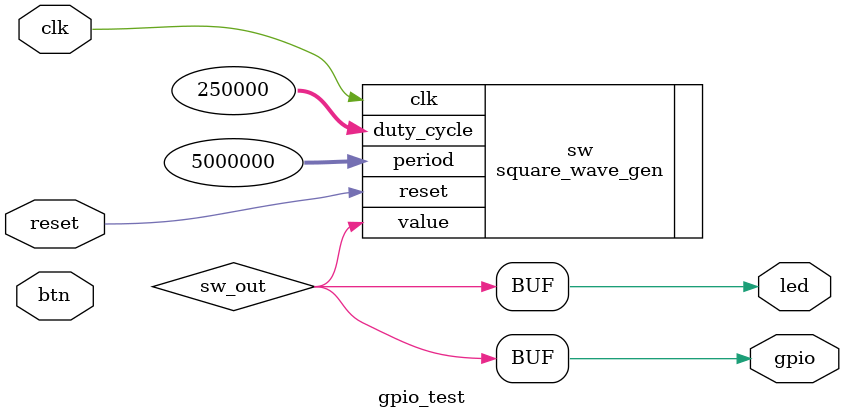
<source format=v>
module gpio_test (
	input wire btn, clk, reset,
	output wire gpio, led
);

	wire sw_out;
	
	assign gpio = sw_out;
	assign led = sw_out;
	
	square_wave_gen sw (
		.clk(clk),
		.reset(reset),
		.period(32'd5_000_000),
		.duty_cycle(32'd2_500_00),
		.value(sw_out)
	);

endmodule
</source>
